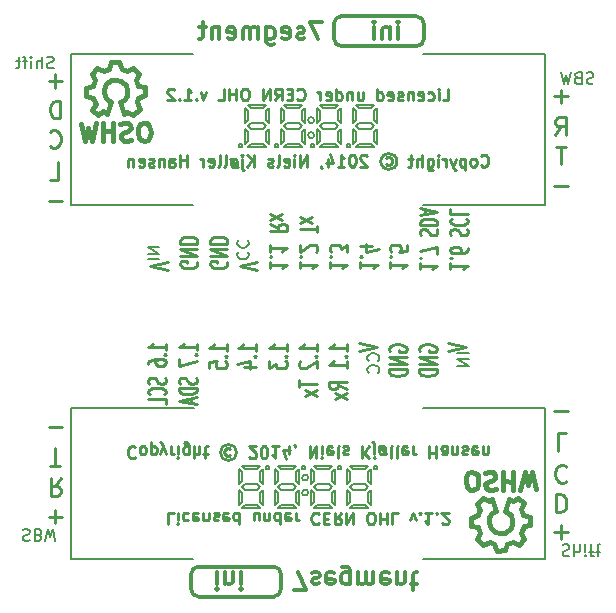
<source format=gbo>
%FSLAX34Y34*%
G04 Gerber Fmt 3.4, Leading zero omitted, Abs format*
G04 (created by PCBNEW (2014-02-28 BZR 4729)-product) date man 03 mar 2014 19:53:33 CET*
%MOIN*%
G01*
G70*
G90*
G04 APERTURE LIST*
%ADD10C,0.005906*%
%ADD11C,0.011811*%
%ADD12C,0.008000*%
%ADD13C,0.009843*%
%ADD14C,0.008858*%
%ADD15C,0.015000*%
%ADD16O,0.064961X0.100000*%
%ADD17O,0.100000X0.065000*%
%ADD18O,0.065000X0.100000*%
G04 APERTURE END LIST*
G54D10*
G54D11*
X6796Y975D02*
X6796Y582D01*
X6796Y385D02*
X6768Y413D01*
X6796Y441D01*
X6825Y413D01*
X6796Y385D01*
X6796Y441D01*
X7078Y582D02*
X7078Y975D01*
X7078Y638D02*
X7106Y610D01*
X7162Y582D01*
X7246Y582D01*
X7303Y610D01*
X7331Y666D01*
X7331Y975D01*
X7612Y975D02*
X7612Y582D01*
X7612Y385D02*
X7584Y413D01*
X7612Y441D01*
X7640Y413D01*
X7612Y385D01*
X7612Y441D01*
G54D12*
X18327Y1891D02*
X18383Y1910D01*
X18477Y1910D01*
X18515Y1891D01*
X18533Y1872D01*
X18552Y1835D01*
X18552Y1797D01*
X18533Y1760D01*
X18515Y1741D01*
X18477Y1722D01*
X18402Y1704D01*
X18365Y1685D01*
X18346Y1666D01*
X18327Y1629D01*
X18327Y1591D01*
X18346Y1554D01*
X18365Y1535D01*
X18402Y1516D01*
X18496Y1516D01*
X18552Y1535D01*
X18721Y1910D02*
X18721Y1516D01*
X18890Y1910D02*
X18890Y1704D01*
X18871Y1666D01*
X18833Y1647D01*
X18777Y1647D01*
X18740Y1666D01*
X18721Y1685D01*
X19077Y1910D02*
X19077Y1647D01*
X19077Y1516D02*
X19058Y1535D01*
X19077Y1554D01*
X19096Y1535D01*
X19077Y1516D01*
X19077Y1554D01*
X19208Y1647D02*
X19358Y1647D01*
X19265Y1910D02*
X19265Y1572D01*
X19283Y1535D01*
X19321Y1516D01*
X19358Y1516D01*
X19433Y1647D02*
X19583Y1647D01*
X19490Y1516D02*
X19490Y1854D01*
X19508Y1891D01*
X19546Y1910D01*
X19583Y1910D01*
X331Y2403D02*
X388Y2422D01*
X481Y2422D01*
X519Y2403D01*
X538Y2384D01*
X556Y2347D01*
X556Y2309D01*
X538Y2272D01*
X519Y2253D01*
X481Y2234D01*
X406Y2215D01*
X369Y2197D01*
X350Y2178D01*
X331Y2140D01*
X331Y2103D01*
X350Y2065D01*
X369Y2047D01*
X406Y2028D01*
X500Y2028D01*
X556Y2047D01*
X856Y2215D02*
X913Y2234D01*
X931Y2253D01*
X950Y2290D01*
X950Y2347D01*
X931Y2384D01*
X913Y2403D01*
X875Y2422D01*
X725Y2422D01*
X725Y2028D01*
X856Y2028D01*
X894Y2047D01*
X913Y2065D01*
X931Y2103D01*
X931Y2140D01*
X913Y2178D01*
X894Y2197D01*
X856Y2215D01*
X725Y2215D01*
X1081Y2028D02*
X1175Y2422D01*
X1250Y2140D01*
X1325Y2422D01*
X1419Y2028D01*
G54D13*
X18450Y5621D02*
X18169Y5621D01*
X18169Y5030D01*
X18450Y4502D02*
X18422Y4530D01*
X18338Y4558D01*
X18281Y4558D01*
X18197Y4530D01*
X18141Y4474D01*
X18113Y4417D01*
X18084Y4305D01*
X18084Y4221D01*
X18113Y4108D01*
X18141Y4052D01*
X18197Y3996D01*
X18281Y3967D01*
X18338Y3967D01*
X18422Y3996D01*
X18450Y4024D01*
X18113Y3574D02*
X18113Y2983D01*
X18253Y2983D01*
X18338Y3011D01*
X18394Y3068D01*
X18422Y3124D01*
X18450Y3236D01*
X18450Y3321D01*
X18422Y3433D01*
X18394Y3489D01*
X18338Y3546D01*
X18253Y3574D01*
X18113Y3574D01*
X18492Y6341D02*
X18042Y6341D01*
X18492Y2325D02*
X18042Y2325D01*
X18267Y2550D02*
X18267Y2100D01*
G54D14*
X5361Y2973D02*
X5174Y2973D01*
X5174Y2579D01*
X5493Y2973D02*
X5493Y2710D01*
X5493Y2579D02*
X5474Y2598D01*
X5493Y2617D01*
X5511Y2598D01*
X5493Y2579D01*
X5493Y2617D01*
X5849Y2954D02*
X5811Y2973D01*
X5736Y2973D01*
X5699Y2954D01*
X5680Y2935D01*
X5661Y2898D01*
X5661Y2785D01*
X5680Y2748D01*
X5699Y2729D01*
X5736Y2710D01*
X5811Y2710D01*
X5849Y2729D01*
X6167Y2954D02*
X6130Y2973D01*
X6055Y2973D01*
X6017Y2954D01*
X5999Y2917D01*
X5999Y2767D01*
X6017Y2729D01*
X6055Y2710D01*
X6130Y2710D01*
X6167Y2729D01*
X6186Y2767D01*
X6186Y2804D01*
X5999Y2842D01*
X6355Y2710D02*
X6355Y2973D01*
X6355Y2748D02*
X6374Y2729D01*
X6411Y2710D01*
X6467Y2710D01*
X6505Y2729D01*
X6524Y2767D01*
X6524Y2973D01*
X6692Y2954D02*
X6730Y2973D01*
X6805Y2973D01*
X6842Y2954D01*
X6861Y2917D01*
X6861Y2898D01*
X6842Y2860D01*
X6805Y2842D01*
X6749Y2842D01*
X6711Y2823D01*
X6692Y2785D01*
X6692Y2767D01*
X6711Y2729D01*
X6749Y2710D01*
X6805Y2710D01*
X6842Y2729D01*
X7180Y2954D02*
X7142Y2973D01*
X7067Y2973D01*
X7030Y2954D01*
X7011Y2917D01*
X7011Y2767D01*
X7030Y2729D01*
X7067Y2710D01*
X7142Y2710D01*
X7180Y2729D01*
X7199Y2767D01*
X7199Y2804D01*
X7011Y2842D01*
X7536Y2973D02*
X7536Y2579D01*
X7536Y2954D02*
X7499Y2973D01*
X7424Y2973D01*
X7386Y2954D01*
X7367Y2935D01*
X7349Y2898D01*
X7349Y2785D01*
X7367Y2748D01*
X7386Y2729D01*
X7424Y2710D01*
X7499Y2710D01*
X7536Y2729D01*
X8192Y2710D02*
X8192Y2973D01*
X8023Y2710D02*
X8023Y2917D01*
X8042Y2954D01*
X8080Y2973D01*
X8136Y2973D01*
X8173Y2954D01*
X8192Y2935D01*
X8380Y2710D02*
X8380Y2973D01*
X8380Y2748D02*
X8398Y2729D01*
X8436Y2710D01*
X8492Y2710D01*
X8530Y2729D01*
X8548Y2767D01*
X8548Y2973D01*
X8905Y2973D02*
X8905Y2579D01*
X8905Y2954D02*
X8867Y2973D01*
X8792Y2973D01*
X8755Y2954D01*
X8736Y2935D01*
X8717Y2898D01*
X8717Y2785D01*
X8736Y2748D01*
X8755Y2729D01*
X8792Y2710D01*
X8867Y2710D01*
X8905Y2729D01*
X9242Y2954D02*
X9205Y2973D01*
X9130Y2973D01*
X9092Y2954D01*
X9073Y2917D01*
X9073Y2767D01*
X9092Y2729D01*
X9130Y2710D01*
X9205Y2710D01*
X9242Y2729D01*
X9261Y2767D01*
X9261Y2804D01*
X9073Y2842D01*
X9430Y2973D02*
X9430Y2710D01*
X9430Y2785D02*
X9448Y2748D01*
X9467Y2729D01*
X9505Y2710D01*
X9542Y2710D01*
X10198Y2935D02*
X10179Y2954D01*
X10123Y2973D01*
X10086Y2973D01*
X10029Y2954D01*
X9992Y2917D01*
X9973Y2879D01*
X9955Y2804D01*
X9955Y2748D01*
X9973Y2673D01*
X9992Y2635D01*
X10029Y2598D01*
X10086Y2579D01*
X10123Y2579D01*
X10179Y2598D01*
X10198Y2617D01*
X10367Y2767D02*
X10498Y2767D01*
X10554Y2973D02*
X10367Y2973D01*
X10367Y2579D01*
X10554Y2579D01*
X10948Y2973D02*
X10817Y2785D01*
X10723Y2973D02*
X10723Y2579D01*
X10873Y2579D01*
X10911Y2598D01*
X10929Y2617D01*
X10948Y2654D01*
X10948Y2710D01*
X10929Y2748D01*
X10911Y2767D01*
X10873Y2785D01*
X10723Y2785D01*
X11117Y2973D02*
X11117Y2579D01*
X11342Y2973D01*
X11342Y2579D01*
X11904Y2579D02*
X11979Y2579D01*
X12017Y2598D01*
X12054Y2635D01*
X12073Y2710D01*
X12073Y2842D01*
X12054Y2917D01*
X12017Y2954D01*
X11979Y2973D01*
X11904Y2973D01*
X11867Y2954D01*
X11829Y2917D01*
X11811Y2842D01*
X11811Y2710D01*
X11829Y2635D01*
X11867Y2598D01*
X11904Y2579D01*
X12242Y2973D02*
X12242Y2579D01*
X12242Y2767D02*
X12467Y2767D01*
X12467Y2973D02*
X12467Y2579D01*
X12842Y2973D02*
X12654Y2973D01*
X12654Y2579D01*
X13235Y2710D02*
X13329Y2973D01*
X13423Y2710D01*
X13573Y2935D02*
X13592Y2954D01*
X13573Y2973D01*
X13554Y2954D01*
X13573Y2935D01*
X13573Y2973D01*
X13967Y2973D02*
X13742Y2973D01*
X13854Y2973D02*
X13854Y2579D01*
X13817Y2635D01*
X13779Y2673D01*
X13742Y2692D01*
X14135Y2935D02*
X14154Y2954D01*
X14135Y2973D01*
X14116Y2954D01*
X14135Y2935D01*
X14135Y2973D01*
X14304Y2617D02*
X14323Y2598D01*
X14360Y2579D01*
X14454Y2579D01*
X14491Y2598D01*
X14510Y2617D01*
X14529Y2654D01*
X14529Y2692D01*
X14510Y2748D01*
X14285Y2973D01*
X14529Y2973D01*
G54D11*
X9378Y385D02*
X9772Y385D01*
X9519Y975D01*
X9969Y947D02*
X10025Y975D01*
X10137Y975D01*
X10194Y947D01*
X10222Y891D01*
X10222Y863D01*
X10194Y807D01*
X10137Y778D01*
X10053Y778D01*
X9997Y750D01*
X9969Y694D01*
X9969Y666D01*
X9997Y610D01*
X10053Y582D01*
X10137Y582D01*
X10194Y610D01*
X10700Y947D02*
X10643Y975D01*
X10531Y975D01*
X10475Y947D01*
X10447Y891D01*
X10447Y666D01*
X10475Y610D01*
X10531Y582D01*
X10643Y582D01*
X10700Y610D01*
X10728Y666D01*
X10728Y722D01*
X10447Y778D01*
X11234Y582D02*
X11234Y1060D01*
X11206Y1116D01*
X11178Y1144D01*
X11122Y1172D01*
X11037Y1172D01*
X10981Y1144D01*
X11234Y947D02*
X11178Y975D01*
X11065Y975D01*
X11009Y947D01*
X10981Y919D01*
X10953Y863D01*
X10953Y694D01*
X10981Y638D01*
X11009Y610D01*
X11065Y582D01*
X11178Y582D01*
X11234Y610D01*
X11515Y975D02*
X11515Y582D01*
X11515Y638D02*
X11543Y610D01*
X11600Y582D01*
X11684Y582D01*
X11740Y610D01*
X11768Y666D01*
X11768Y975D01*
X11768Y666D02*
X11796Y610D01*
X11853Y582D01*
X11937Y582D01*
X11993Y610D01*
X12021Y666D01*
X12021Y975D01*
X12528Y947D02*
X12471Y975D01*
X12359Y975D01*
X12303Y947D01*
X12275Y891D01*
X12275Y666D01*
X12303Y610D01*
X12359Y582D01*
X12471Y582D01*
X12528Y610D01*
X12556Y666D01*
X12556Y722D01*
X12275Y778D01*
X12809Y582D02*
X12809Y975D01*
X12809Y638D02*
X12837Y610D01*
X12893Y582D01*
X12978Y582D01*
X13034Y610D01*
X13062Y666D01*
X13062Y975D01*
X13259Y582D02*
X13484Y582D01*
X13343Y385D02*
X13343Y891D01*
X13371Y947D01*
X13428Y975D01*
X13484Y975D01*
G54D14*
X4077Y5140D02*
X4058Y5159D01*
X4002Y5178D01*
X3965Y5178D01*
X3908Y5159D01*
X3871Y5121D01*
X3852Y5084D01*
X3833Y5009D01*
X3833Y4953D01*
X3852Y4878D01*
X3871Y4840D01*
X3908Y4803D01*
X3965Y4784D01*
X4002Y4784D01*
X4058Y4803D01*
X4077Y4821D01*
X4302Y5178D02*
X4265Y5159D01*
X4246Y5140D01*
X4227Y5103D01*
X4227Y4990D01*
X4246Y4953D01*
X4265Y4934D01*
X4302Y4915D01*
X4358Y4915D01*
X4396Y4934D01*
X4415Y4953D01*
X4433Y4990D01*
X4433Y5103D01*
X4415Y5140D01*
X4396Y5159D01*
X4358Y5178D01*
X4302Y5178D01*
X4602Y4915D02*
X4602Y5309D01*
X4602Y4934D02*
X4640Y4915D01*
X4715Y4915D01*
X4752Y4934D01*
X4771Y4953D01*
X4790Y4990D01*
X4790Y5103D01*
X4771Y5140D01*
X4752Y5159D01*
X4715Y5178D01*
X4640Y5178D01*
X4602Y5159D01*
X4921Y4915D02*
X5014Y5178D01*
X5108Y4915D02*
X5014Y5178D01*
X4977Y5271D01*
X4958Y5290D01*
X4921Y5309D01*
X5258Y5178D02*
X5258Y4915D01*
X5258Y4990D02*
X5277Y4953D01*
X5296Y4934D01*
X5333Y4915D01*
X5371Y4915D01*
X5502Y5178D02*
X5502Y4915D01*
X5502Y4784D02*
X5483Y4803D01*
X5502Y4821D01*
X5521Y4803D01*
X5502Y4784D01*
X5502Y4821D01*
X5858Y4915D02*
X5858Y5234D01*
X5839Y5271D01*
X5821Y5290D01*
X5783Y5309D01*
X5727Y5309D01*
X5689Y5290D01*
X5858Y5159D02*
X5821Y5178D01*
X5746Y5178D01*
X5708Y5159D01*
X5689Y5140D01*
X5671Y5103D01*
X5671Y4990D01*
X5689Y4953D01*
X5708Y4934D01*
X5746Y4915D01*
X5821Y4915D01*
X5858Y4934D01*
X6046Y5178D02*
X6046Y4784D01*
X6214Y5178D02*
X6214Y4971D01*
X6196Y4934D01*
X6158Y4915D01*
X6102Y4915D01*
X6064Y4934D01*
X6046Y4953D01*
X6346Y4915D02*
X6496Y4915D01*
X6402Y4784D02*
X6402Y5121D01*
X6421Y5159D01*
X6458Y5178D01*
X6496Y5178D01*
X7245Y4878D02*
X7208Y4859D01*
X7133Y4859D01*
X7095Y4878D01*
X7058Y4915D01*
X7039Y4953D01*
X7039Y5028D01*
X7058Y5065D01*
X7095Y5103D01*
X7133Y5121D01*
X7208Y5121D01*
X7245Y5103D01*
X7170Y4728D02*
X7077Y4746D01*
X6983Y4803D01*
X6927Y4896D01*
X6908Y4990D01*
X6927Y5084D01*
X6983Y5178D01*
X7077Y5234D01*
X7170Y5253D01*
X7264Y5234D01*
X7358Y5178D01*
X7414Y5084D01*
X7433Y4990D01*
X7414Y4896D01*
X7358Y4803D01*
X7264Y4746D01*
X7170Y4728D01*
X7883Y4821D02*
X7902Y4803D01*
X7939Y4784D01*
X8033Y4784D01*
X8070Y4803D01*
X8089Y4821D01*
X8108Y4859D01*
X8108Y4896D01*
X8089Y4953D01*
X7864Y5178D01*
X8108Y5178D01*
X8352Y4784D02*
X8389Y4784D01*
X8427Y4803D01*
X8445Y4821D01*
X8464Y4859D01*
X8483Y4934D01*
X8483Y5028D01*
X8464Y5103D01*
X8445Y5140D01*
X8427Y5159D01*
X8389Y5178D01*
X8352Y5178D01*
X8314Y5159D01*
X8295Y5140D01*
X8277Y5103D01*
X8258Y5028D01*
X8258Y4934D01*
X8277Y4859D01*
X8295Y4821D01*
X8314Y4803D01*
X8352Y4784D01*
X8858Y5178D02*
X8633Y5178D01*
X8745Y5178D02*
X8745Y4784D01*
X8708Y4840D01*
X8670Y4878D01*
X8633Y4896D01*
X9195Y4915D02*
X9195Y5178D01*
X9101Y4765D02*
X9008Y5046D01*
X9251Y5046D01*
X9420Y5159D02*
X9420Y5178D01*
X9401Y5215D01*
X9383Y5234D01*
X9889Y5178D02*
X9889Y4784D01*
X10114Y5178D01*
X10114Y4784D01*
X10301Y5178D02*
X10301Y4915D01*
X10301Y4784D02*
X10283Y4803D01*
X10301Y4821D01*
X10320Y4803D01*
X10301Y4784D01*
X10301Y4821D01*
X10639Y5159D02*
X10601Y5178D01*
X10526Y5178D01*
X10489Y5159D01*
X10470Y5121D01*
X10470Y4971D01*
X10489Y4934D01*
X10526Y4915D01*
X10601Y4915D01*
X10639Y4934D01*
X10658Y4971D01*
X10658Y5009D01*
X10470Y5046D01*
X10883Y5178D02*
X10845Y5159D01*
X10826Y5121D01*
X10826Y4784D01*
X11014Y5159D02*
X11051Y5178D01*
X11126Y5178D01*
X11164Y5159D01*
X11182Y5121D01*
X11182Y5103D01*
X11164Y5065D01*
X11126Y5046D01*
X11070Y5046D01*
X11032Y5028D01*
X11014Y4990D01*
X11014Y4971D01*
X11032Y4934D01*
X11070Y4915D01*
X11126Y4915D01*
X11164Y4934D01*
X11651Y5178D02*
X11651Y4784D01*
X11876Y5178D02*
X11707Y4953D01*
X11876Y4784D02*
X11651Y5009D01*
X12045Y4915D02*
X12045Y5253D01*
X12026Y5290D01*
X11989Y5309D01*
X11970Y5309D01*
X12045Y4784D02*
X12026Y4803D01*
X12045Y4821D01*
X12064Y4803D01*
X12045Y4784D01*
X12045Y4821D01*
X12439Y4915D02*
X12195Y5178D01*
X12289Y5178D02*
X12251Y5159D01*
X12232Y5140D01*
X12214Y5103D01*
X12214Y4990D01*
X12232Y4953D01*
X12251Y4934D01*
X12289Y4915D01*
X12345Y4915D01*
X12382Y4934D01*
X12401Y4953D01*
X12420Y4990D01*
X12420Y5103D01*
X12401Y5140D01*
X12382Y5159D01*
X12345Y5178D01*
X12289Y5178D01*
X12645Y5178D02*
X12607Y5159D01*
X12589Y5121D01*
X12589Y4784D01*
X12851Y5178D02*
X12814Y5159D01*
X12795Y5121D01*
X12795Y4784D01*
X13151Y5159D02*
X13113Y5178D01*
X13038Y5178D01*
X13001Y5159D01*
X12982Y5121D01*
X12982Y4971D01*
X13001Y4934D01*
X13038Y4915D01*
X13113Y4915D01*
X13151Y4934D01*
X13170Y4971D01*
X13170Y5009D01*
X12982Y5046D01*
X13338Y5178D02*
X13338Y4915D01*
X13338Y4990D02*
X13357Y4953D01*
X13376Y4934D01*
X13413Y4915D01*
X13451Y4915D01*
X13882Y5178D02*
X13882Y4784D01*
X13882Y4971D02*
X14107Y4971D01*
X14107Y5178D02*
X14107Y4784D01*
X14463Y5178D02*
X14463Y4971D01*
X14445Y4934D01*
X14407Y4915D01*
X14332Y4915D01*
X14295Y4934D01*
X14463Y5159D02*
X14426Y5178D01*
X14332Y5178D01*
X14295Y5159D01*
X14276Y5121D01*
X14276Y5084D01*
X14295Y5046D01*
X14332Y5028D01*
X14426Y5028D01*
X14463Y5009D01*
X14651Y4915D02*
X14651Y5178D01*
X14651Y4953D02*
X14670Y4934D01*
X14707Y4915D01*
X14763Y4915D01*
X14801Y4934D01*
X14820Y4971D01*
X14820Y5178D01*
X14988Y5159D02*
X15026Y5178D01*
X15101Y5178D01*
X15138Y5159D01*
X15157Y5121D01*
X15157Y5103D01*
X15138Y5065D01*
X15101Y5046D01*
X15044Y5046D01*
X15007Y5028D01*
X14988Y4990D01*
X14988Y4971D01*
X15007Y4934D01*
X15044Y4915D01*
X15101Y4915D01*
X15138Y4934D01*
X15476Y5159D02*
X15438Y5178D01*
X15363Y5178D01*
X15326Y5159D01*
X15307Y5121D01*
X15307Y4971D01*
X15326Y4934D01*
X15363Y4915D01*
X15438Y4915D01*
X15476Y4934D01*
X15494Y4971D01*
X15494Y5009D01*
X15307Y5046D01*
X15663Y4915D02*
X15663Y5178D01*
X15663Y4953D02*
X15682Y4934D01*
X15719Y4915D01*
X15776Y4915D01*
X15813Y4934D01*
X15832Y4971D01*
X15832Y5178D01*
G54D13*
X1248Y4519D02*
X1586Y4519D01*
X1417Y5109D02*
X1417Y4519D01*
X1600Y4125D02*
X1403Y3844D01*
X1262Y4125D02*
X1262Y3534D01*
X1487Y3534D01*
X1543Y3562D01*
X1571Y3591D01*
X1600Y3647D01*
X1600Y3731D01*
X1571Y3787D01*
X1543Y3816D01*
X1487Y3844D01*
X1262Y3844D01*
X1642Y5829D02*
X1192Y5829D01*
X1642Y2837D02*
X1192Y2837D01*
X1417Y3062D02*
X1417Y2612D01*
G54D12*
X12175Y8031D02*
X12194Y8049D01*
X12213Y8106D01*
X12213Y8143D01*
X12194Y8199D01*
X12156Y8237D01*
X12119Y8256D01*
X12044Y8274D01*
X11988Y8274D01*
X11913Y8256D01*
X11875Y8237D01*
X11838Y8199D01*
X11819Y8143D01*
X11819Y8106D01*
X11838Y8049D01*
X11857Y8031D01*
X12175Y7637D02*
X12194Y7656D01*
X12213Y7712D01*
X12213Y7749D01*
X12194Y7806D01*
X12156Y7843D01*
X12119Y7862D01*
X12044Y7881D01*
X11988Y7881D01*
X11913Y7862D01*
X11875Y7843D01*
X11838Y7806D01*
X11819Y7749D01*
X11819Y7712D01*
X11838Y7656D01*
X11857Y7637D01*
G54D13*
X11531Y8612D02*
X12122Y8481D01*
X11531Y8349D01*
G54D14*
X5102Y8379D02*
X5102Y8582D01*
X5102Y8481D02*
X4511Y8481D01*
X4596Y8514D01*
X4652Y8548D01*
X4680Y8582D01*
X5046Y8228D02*
X5074Y8211D01*
X5102Y8228D01*
X5074Y8244D01*
X5046Y8228D01*
X5102Y8228D01*
X4511Y7907D02*
X4511Y7975D01*
X4539Y8008D01*
X4567Y8025D01*
X4652Y8059D01*
X4764Y8076D01*
X4989Y8076D01*
X5046Y8059D01*
X5074Y8042D01*
X5102Y8008D01*
X5102Y7941D01*
X5074Y7907D01*
X5046Y7890D01*
X4989Y7873D01*
X4849Y7873D01*
X4792Y7890D01*
X4764Y7907D01*
X4736Y7941D01*
X4736Y8008D01*
X4764Y8042D01*
X4792Y8059D01*
X4849Y8076D01*
X5074Y7468D02*
X5102Y7418D01*
X5102Y7333D01*
X5074Y7300D01*
X5046Y7283D01*
X4989Y7266D01*
X4933Y7266D01*
X4877Y7283D01*
X4849Y7300D01*
X4821Y7333D01*
X4792Y7401D01*
X4764Y7435D01*
X4736Y7451D01*
X4680Y7468D01*
X4624Y7468D01*
X4567Y7451D01*
X4539Y7435D01*
X4511Y7401D01*
X4511Y7316D01*
X4539Y7266D01*
X5046Y6912D02*
X5074Y6928D01*
X5102Y6979D01*
X5102Y7013D01*
X5074Y7063D01*
X5017Y7097D01*
X4961Y7114D01*
X4849Y7131D01*
X4764Y7131D01*
X4652Y7114D01*
X4596Y7097D01*
X4539Y7063D01*
X4511Y7013D01*
X4511Y6979D01*
X4539Y6928D01*
X4567Y6912D01*
X5102Y6591D02*
X5102Y6760D01*
X4511Y6760D01*
X6122Y8379D02*
X6122Y8582D01*
X6122Y8481D02*
X5531Y8481D01*
X5616Y8514D01*
X5672Y8548D01*
X5700Y8582D01*
X6066Y8228D02*
X6094Y8211D01*
X6122Y8228D01*
X6094Y8244D01*
X6066Y8228D01*
X6122Y8228D01*
X5531Y8093D02*
X5531Y7856D01*
X6122Y8008D01*
X6094Y7468D02*
X6122Y7418D01*
X6122Y7333D01*
X6094Y7300D01*
X6066Y7283D01*
X6009Y7266D01*
X5953Y7266D01*
X5897Y7283D01*
X5869Y7300D01*
X5841Y7333D01*
X5812Y7401D01*
X5784Y7435D01*
X5756Y7451D01*
X5700Y7468D01*
X5644Y7468D01*
X5587Y7451D01*
X5559Y7435D01*
X5531Y7401D01*
X5531Y7316D01*
X5559Y7266D01*
X6122Y7114D02*
X5531Y7114D01*
X5531Y7030D01*
X5559Y6979D01*
X5616Y6945D01*
X5672Y6928D01*
X5784Y6912D01*
X5869Y6912D01*
X5981Y6928D01*
X6037Y6945D01*
X6094Y6979D01*
X6122Y7030D01*
X6122Y7114D01*
X5953Y6777D02*
X5953Y6608D01*
X6122Y6810D02*
X5531Y6692D01*
X6122Y6574D01*
G54D13*
X7122Y8349D02*
X7122Y8574D01*
X7122Y8462D02*
X6531Y8462D01*
X6616Y8499D01*
X6672Y8537D01*
X6700Y8574D01*
X7066Y8181D02*
X7094Y8162D01*
X7122Y8181D01*
X7094Y8199D01*
X7066Y8181D01*
X7122Y8181D01*
X6531Y7806D02*
X6531Y7993D01*
X6812Y8012D01*
X6784Y7993D01*
X6756Y7956D01*
X6756Y7862D01*
X6784Y7825D01*
X6812Y7806D01*
X6869Y7787D01*
X7009Y7787D01*
X7066Y7806D01*
X7094Y7825D01*
X7122Y7862D01*
X7122Y7956D01*
X7094Y7993D01*
X7066Y8012D01*
X8102Y8349D02*
X8102Y8574D01*
X8102Y8462D02*
X7511Y8462D01*
X7596Y8499D01*
X7652Y8537D01*
X7680Y8574D01*
X8046Y8181D02*
X8074Y8162D01*
X8102Y8181D01*
X8074Y8199D01*
X8046Y8181D01*
X8102Y8181D01*
X7708Y7825D02*
X8102Y7825D01*
X7483Y7918D02*
X7905Y8012D01*
X7905Y7768D01*
X9122Y8349D02*
X9122Y8574D01*
X9122Y8462D02*
X8531Y8462D01*
X8616Y8499D01*
X8672Y8537D01*
X8700Y8574D01*
X9066Y8181D02*
X9094Y8162D01*
X9122Y8181D01*
X9094Y8199D01*
X9066Y8181D01*
X9122Y8181D01*
X8531Y8031D02*
X8531Y7787D01*
X8756Y7918D01*
X8756Y7862D01*
X8784Y7825D01*
X8812Y7806D01*
X8869Y7787D01*
X9009Y7787D01*
X9066Y7806D01*
X9094Y7825D01*
X9122Y7862D01*
X9122Y7975D01*
X9094Y8012D01*
X9066Y8031D01*
X10122Y8349D02*
X10122Y8574D01*
X10122Y8462D02*
X9531Y8462D01*
X9616Y8499D01*
X9672Y8537D01*
X9700Y8574D01*
X10066Y8181D02*
X10094Y8162D01*
X10122Y8181D01*
X10094Y8199D01*
X10066Y8181D01*
X10122Y8181D01*
X9587Y8012D02*
X9559Y7993D01*
X9531Y7956D01*
X9531Y7862D01*
X9559Y7825D01*
X9587Y7806D01*
X9644Y7787D01*
X9700Y7787D01*
X9784Y7806D01*
X10122Y8031D01*
X10122Y7787D01*
X9531Y7375D02*
X9531Y7150D01*
X10122Y7262D02*
X9531Y7262D01*
X10122Y7056D02*
X9728Y6850D01*
X9728Y7056D02*
X10122Y6850D01*
X11122Y8349D02*
X11122Y8574D01*
X11122Y8462D02*
X10531Y8462D01*
X10616Y8499D01*
X10672Y8537D01*
X10700Y8574D01*
X11066Y8181D02*
X11094Y8162D01*
X11122Y8181D01*
X11094Y8199D01*
X11066Y8181D01*
X11122Y8181D01*
X11122Y7787D02*
X11122Y8012D01*
X11122Y7900D02*
X10531Y7900D01*
X10616Y7937D01*
X10672Y7975D01*
X10700Y8012D01*
X11122Y7093D02*
X10841Y7225D01*
X11122Y7318D02*
X10531Y7318D01*
X10531Y7168D01*
X10559Y7131D01*
X10587Y7112D01*
X10644Y7093D01*
X10728Y7093D01*
X10784Y7112D01*
X10812Y7131D01*
X10841Y7168D01*
X10841Y7318D01*
X11122Y6962D02*
X10728Y6756D01*
X10728Y6962D02*
X11122Y6756D01*
X12559Y8349D02*
X12531Y8387D01*
X12531Y8443D01*
X12559Y8499D01*
X12616Y8537D01*
X12672Y8556D01*
X12784Y8574D01*
X12869Y8574D01*
X12981Y8556D01*
X13037Y8537D01*
X13094Y8499D01*
X13122Y8443D01*
X13122Y8406D01*
X13094Y8349D01*
X13066Y8331D01*
X12869Y8331D01*
X12869Y8406D01*
X13122Y8162D02*
X12531Y8162D01*
X13122Y7937D01*
X12531Y7937D01*
X13122Y7750D02*
X12531Y7750D01*
X12531Y7656D01*
X12559Y7600D01*
X12616Y7562D01*
X12672Y7543D01*
X12784Y7525D01*
X12869Y7525D01*
X12981Y7543D01*
X13037Y7562D01*
X13094Y7600D01*
X13122Y7656D01*
X13122Y7750D01*
G54D12*
X15193Y8276D02*
X14799Y8276D01*
X15193Y8088D02*
X14799Y8088D01*
X15193Y7863D01*
X14799Y7863D01*
G54D13*
X13559Y8349D02*
X13531Y8387D01*
X13531Y8443D01*
X13559Y8499D01*
X13616Y8537D01*
X13672Y8556D01*
X13784Y8574D01*
X13869Y8574D01*
X13981Y8556D01*
X14037Y8537D01*
X14094Y8499D01*
X14122Y8443D01*
X14122Y8406D01*
X14094Y8349D01*
X14066Y8331D01*
X13869Y8331D01*
X13869Y8406D01*
X14122Y8162D02*
X13531Y8162D01*
X14122Y7937D01*
X13531Y7937D01*
X14122Y7750D02*
X13531Y7750D01*
X13531Y7656D01*
X13559Y7600D01*
X13616Y7562D01*
X13672Y7543D01*
X13784Y7525D01*
X13869Y7525D01*
X13981Y7543D01*
X14037Y7562D01*
X14094Y7600D01*
X14122Y7656D01*
X14122Y7750D01*
X14511Y8632D02*
X15102Y8501D01*
X14511Y8369D01*
G54D12*
X1357Y17793D02*
X1301Y17774D01*
X1207Y17774D01*
X1169Y17793D01*
X1151Y17812D01*
X1132Y17849D01*
X1132Y17887D01*
X1151Y17924D01*
X1169Y17943D01*
X1207Y17962D01*
X1282Y17980D01*
X1319Y17999D01*
X1338Y18018D01*
X1357Y18055D01*
X1357Y18093D01*
X1338Y18130D01*
X1319Y18149D01*
X1282Y18168D01*
X1188Y18168D01*
X1132Y18149D01*
X963Y17774D02*
X963Y18168D01*
X794Y17774D02*
X794Y17980D01*
X813Y18018D01*
X851Y18037D01*
X907Y18037D01*
X944Y18018D01*
X963Y17999D01*
X607Y17774D02*
X607Y18037D01*
X607Y18168D02*
X626Y18149D01*
X607Y18130D01*
X588Y18149D01*
X607Y18168D01*
X607Y18130D01*
X476Y18037D02*
X326Y18037D01*
X419Y17774D02*
X419Y18112D01*
X401Y18149D01*
X363Y18168D01*
X326Y18168D01*
X251Y18037D02*
X101Y18037D01*
X194Y18168D02*
X194Y17830D01*
X176Y17793D01*
X138Y17774D01*
X101Y17774D01*
X19353Y17281D02*
X19296Y17262D01*
X19203Y17262D01*
X19165Y17281D01*
X19146Y17300D01*
X19128Y17337D01*
X19128Y17375D01*
X19146Y17412D01*
X19165Y17431D01*
X19203Y17450D01*
X19278Y17469D01*
X19315Y17487D01*
X19334Y17506D01*
X19353Y17544D01*
X19353Y17581D01*
X19334Y17619D01*
X19315Y17637D01*
X19278Y17656D01*
X19184Y17656D01*
X19128Y17637D01*
X18828Y17469D02*
X18772Y17450D01*
X18753Y17431D01*
X18734Y17394D01*
X18734Y17337D01*
X18753Y17300D01*
X18772Y17281D01*
X18809Y17262D01*
X18959Y17262D01*
X18959Y17656D01*
X18828Y17656D01*
X18790Y17637D01*
X18772Y17619D01*
X18753Y17581D01*
X18753Y17544D01*
X18772Y17506D01*
X18790Y17487D01*
X18828Y17469D01*
X18959Y17469D01*
X18603Y17656D02*
X18509Y17262D01*
X18434Y17544D01*
X18359Y17262D01*
X18265Y17656D01*
G54D13*
X1234Y14063D02*
X1515Y14063D01*
X1515Y14654D01*
X1234Y15182D02*
X1262Y15154D01*
X1347Y15126D01*
X1403Y15126D01*
X1487Y15154D01*
X1543Y15210D01*
X1571Y15267D01*
X1600Y15379D01*
X1600Y15464D01*
X1571Y15576D01*
X1543Y15632D01*
X1487Y15688D01*
X1403Y15717D01*
X1347Y15717D01*
X1262Y15688D01*
X1234Y15660D01*
X1571Y16110D02*
X1571Y16701D01*
X1431Y16701D01*
X1347Y16673D01*
X1290Y16616D01*
X1262Y16560D01*
X1234Y16448D01*
X1234Y16363D01*
X1262Y16251D01*
X1290Y16195D01*
X1347Y16138D01*
X1431Y16110D01*
X1571Y16110D01*
X1192Y13343D02*
X1642Y13343D01*
X1192Y17359D02*
X1642Y17359D01*
X1417Y17134D02*
X1417Y17584D01*
G54D14*
X14323Y16711D02*
X14510Y16711D01*
X14510Y17105D01*
X14191Y16711D02*
X14191Y16974D01*
X14191Y17105D02*
X14210Y17086D01*
X14191Y17067D01*
X14173Y17086D01*
X14191Y17105D01*
X14191Y17067D01*
X13835Y16730D02*
X13873Y16711D01*
X13948Y16711D01*
X13985Y16730D01*
X14004Y16749D01*
X14023Y16786D01*
X14023Y16899D01*
X14004Y16936D01*
X13985Y16955D01*
X13948Y16974D01*
X13873Y16974D01*
X13835Y16955D01*
X13517Y16730D02*
X13554Y16711D01*
X13629Y16711D01*
X13667Y16730D01*
X13685Y16767D01*
X13685Y16917D01*
X13667Y16955D01*
X13629Y16974D01*
X13554Y16974D01*
X13517Y16955D01*
X13498Y16917D01*
X13498Y16880D01*
X13685Y16842D01*
X13329Y16974D02*
X13329Y16711D01*
X13329Y16936D02*
X13310Y16955D01*
X13273Y16974D01*
X13217Y16974D01*
X13179Y16955D01*
X13160Y16917D01*
X13160Y16711D01*
X12992Y16730D02*
X12954Y16711D01*
X12879Y16711D01*
X12842Y16730D01*
X12823Y16767D01*
X12823Y16786D01*
X12842Y16824D01*
X12879Y16842D01*
X12935Y16842D01*
X12973Y16861D01*
X12992Y16899D01*
X12992Y16917D01*
X12973Y16955D01*
X12935Y16974D01*
X12879Y16974D01*
X12842Y16955D01*
X12504Y16730D02*
X12542Y16711D01*
X12617Y16711D01*
X12654Y16730D01*
X12673Y16767D01*
X12673Y16917D01*
X12654Y16955D01*
X12617Y16974D01*
X12542Y16974D01*
X12504Y16955D01*
X12485Y16917D01*
X12485Y16880D01*
X12673Y16842D01*
X12148Y16711D02*
X12148Y17105D01*
X12148Y16730D02*
X12185Y16711D01*
X12260Y16711D01*
X12298Y16730D01*
X12317Y16749D01*
X12335Y16786D01*
X12335Y16899D01*
X12317Y16936D01*
X12298Y16955D01*
X12260Y16974D01*
X12185Y16974D01*
X12148Y16955D01*
X11492Y16974D02*
X11492Y16711D01*
X11661Y16974D02*
X11661Y16767D01*
X11642Y16730D01*
X11604Y16711D01*
X11548Y16711D01*
X11511Y16730D01*
X11492Y16749D01*
X11304Y16974D02*
X11304Y16711D01*
X11304Y16936D02*
X11286Y16955D01*
X11248Y16974D01*
X11192Y16974D01*
X11154Y16955D01*
X11136Y16917D01*
X11136Y16711D01*
X10779Y16711D02*
X10779Y17105D01*
X10779Y16730D02*
X10817Y16711D01*
X10892Y16711D01*
X10929Y16730D01*
X10948Y16749D01*
X10967Y16786D01*
X10967Y16899D01*
X10948Y16936D01*
X10929Y16955D01*
X10892Y16974D01*
X10817Y16974D01*
X10779Y16955D01*
X10442Y16730D02*
X10479Y16711D01*
X10554Y16711D01*
X10592Y16730D01*
X10611Y16767D01*
X10611Y16917D01*
X10592Y16955D01*
X10554Y16974D01*
X10479Y16974D01*
X10442Y16955D01*
X10423Y16917D01*
X10423Y16880D01*
X10611Y16842D01*
X10254Y16711D02*
X10254Y16974D01*
X10254Y16899D02*
X10236Y16936D01*
X10217Y16955D01*
X10179Y16974D01*
X10142Y16974D01*
X9486Y16749D02*
X9505Y16730D01*
X9561Y16711D01*
X9598Y16711D01*
X9655Y16730D01*
X9692Y16767D01*
X9711Y16805D01*
X9730Y16880D01*
X9730Y16936D01*
X9711Y17011D01*
X9692Y17049D01*
X9655Y17086D01*
X9598Y17105D01*
X9561Y17105D01*
X9505Y17086D01*
X9486Y17067D01*
X9317Y16917D02*
X9186Y16917D01*
X9130Y16711D02*
X9317Y16711D01*
X9317Y17105D01*
X9130Y17105D01*
X8736Y16711D02*
X8867Y16899D01*
X8961Y16711D02*
X8961Y17105D01*
X8811Y17105D01*
X8773Y17086D01*
X8755Y17067D01*
X8736Y17030D01*
X8736Y16974D01*
X8755Y16936D01*
X8773Y16917D01*
X8811Y16899D01*
X8961Y16899D01*
X8567Y16711D02*
X8567Y17105D01*
X8342Y16711D01*
X8342Y17105D01*
X7780Y17105D02*
X7705Y17105D01*
X7667Y17086D01*
X7630Y17049D01*
X7611Y16974D01*
X7611Y16842D01*
X7630Y16767D01*
X7667Y16730D01*
X7705Y16711D01*
X7780Y16711D01*
X7817Y16730D01*
X7855Y16767D01*
X7874Y16842D01*
X7874Y16974D01*
X7855Y17049D01*
X7817Y17086D01*
X7780Y17105D01*
X7442Y16711D02*
X7442Y17105D01*
X7442Y16917D02*
X7217Y16917D01*
X7217Y16711D02*
X7217Y17105D01*
X6842Y16711D02*
X7030Y16711D01*
X7030Y17105D01*
X6449Y16974D02*
X6355Y16711D01*
X6261Y16974D01*
X6111Y16749D02*
X6092Y16730D01*
X6111Y16711D01*
X6130Y16730D01*
X6111Y16749D01*
X6111Y16711D01*
X5718Y16711D02*
X5943Y16711D01*
X5830Y16711D02*
X5830Y17105D01*
X5868Y17049D01*
X5905Y17011D01*
X5943Y16992D01*
X5549Y16749D02*
X5530Y16730D01*
X5549Y16711D01*
X5568Y16730D01*
X5549Y16749D01*
X5549Y16711D01*
X5380Y17067D02*
X5361Y17086D01*
X5324Y17105D01*
X5230Y17105D01*
X5193Y17086D01*
X5174Y17067D01*
X5155Y17030D01*
X5155Y16992D01*
X5174Y16936D01*
X5399Y16711D01*
X5155Y16711D01*
G54D11*
X10306Y19339D02*
X9912Y19339D01*
X10165Y18748D01*
X9715Y18776D02*
X9659Y18748D01*
X9547Y18748D01*
X9491Y18776D01*
X9462Y18832D01*
X9462Y18861D01*
X9491Y18917D01*
X9547Y18945D01*
X9631Y18945D01*
X9687Y18973D01*
X9715Y19029D01*
X9715Y19057D01*
X9687Y19114D01*
X9631Y19142D01*
X9547Y19142D01*
X9491Y19114D01*
X8984Y18776D02*
X9041Y18748D01*
X9153Y18748D01*
X9209Y18776D01*
X9237Y18832D01*
X9237Y19057D01*
X9209Y19114D01*
X9153Y19142D01*
X9041Y19142D01*
X8984Y19114D01*
X8956Y19057D01*
X8956Y19001D01*
X9237Y18945D01*
X8450Y19142D02*
X8450Y18664D01*
X8478Y18607D01*
X8506Y18579D01*
X8562Y18551D01*
X8647Y18551D01*
X8703Y18579D01*
X8450Y18776D02*
X8506Y18748D01*
X8619Y18748D01*
X8675Y18776D01*
X8703Y18804D01*
X8731Y18861D01*
X8731Y19029D01*
X8703Y19086D01*
X8675Y19114D01*
X8619Y19142D01*
X8506Y19142D01*
X8450Y19114D01*
X8169Y18748D02*
X8169Y19142D01*
X8169Y19086D02*
X8141Y19114D01*
X8084Y19142D01*
X8000Y19142D01*
X7944Y19114D01*
X7916Y19057D01*
X7916Y18748D01*
X7916Y19057D02*
X7888Y19114D01*
X7831Y19142D01*
X7747Y19142D01*
X7691Y19114D01*
X7663Y19057D01*
X7663Y18748D01*
X7156Y18776D02*
X7213Y18748D01*
X7325Y18748D01*
X7381Y18776D01*
X7410Y18832D01*
X7410Y19057D01*
X7381Y19114D01*
X7325Y19142D01*
X7213Y19142D01*
X7156Y19114D01*
X7128Y19057D01*
X7128Y19001D01*
X7410Y18945D01*
X6875Y19142D02*
X6875Y18748D01*
X6875Y19086D02*
X6847Y19114D01*
X6791Y19142D01*
X6706Y19142D01*
X6650Y19114D01*
X6622Y19057D01*
X6622Y18748D01*
X6425Y19142D02*
X6200Y19142D01*
X6341Y19339D02*
X6341Y18832D01*
X6313Y18776D01*
X6257Y18748D01*
X6200Y18748D01*
G54D14*
X15607Y14544D02*
X15626Y14525D01*
X15682Y14506D01*
X15719Y14506D01*
X15776Y14525D01*
X15813Y14563D01*
X15832Y14600D01*
X15851Y14675D01*
X15851Y14731D01*
X15832Y14806D01*
X15813Y14844D01*
X15776Y14881D01*
X15719Y14900D01*
X15682Y14900D01*
X15626Y14881D01*
X15607Y14863D01*
X15382Y14506D02*
X15419Y14525D01*
X15438Y14544D01*
X15457Y14581D01*
X15457Y14694D01*
X15438Y14731D01*
X15419Y14750D01*
X15382Y14769D01*
X15326Y14769D01*
X15288Y14750D01*
X15269Y14731D01*
X15251Y14694D01*
X15251Y14581D01*
X15269Y14544D01*
X15288Y14525D01*
X15326Y14506D01*
X15382Y14506D01*
X15082Y14769D02*
X15082Y14375D01*
X15082Y14750D02*
X15044Y14769D01*
X14970Y14769D01*
X14932Y14750D01*
X14913Y14731D01*
X14895Y14694D01*
X14895Y14581D01*
X14913Y14544D01*
X14932Y14525D01*
X14970Y14506D01*
X15044Y14506D01*
X15082Y14525D01*
X14763Y14769D02*
X14670Y14506D01*
X14576Y14769D02*
X14670Y14506D01*
X14707Y14413D01*
X14726Y14394D01*
X14763Y14375D01*
X14426Y14506D02*
X14426Y14769D01*
X14426Y14694D02*
X14407Y14731D01*
X14388Y14750D01*
X14351Y14769D01*
X14313Y14769D01*
X14182Y14506D02*
X14182Y14769D01*
X14182Y14900D02*
X14201Y14881D01*
X14182Y14863D01*
X14163Y14881D01*
X14182Y14900D01*
X14182Y14863D01*
X13826Y14769D02*
X13826Y14450D01*
X13845Y14413D01*
X13863Y14394D01*
X13901Y14375D01*
X13957Y14375D01*
X13995Y14394D01*
X13826Y14525D02*
X13863Y14506D01*
X13938Y14506D01*
X13976Y14525D01*
X13995Y14544D01*
X14013Y14581D01*
X14013Y14694D01*
X13995Y14731D01*
X13976Y14750D01*
X13938Y14769D01*
X13863Y14769D01*
X13826Y14750D01*
X13638Y14506D02*
X13638Y14900D01*
X13470Y14506D02*
X13470Y14713D01*
X13488Y14750D01*
X13526Y14769D01*
X13582Y14769D01*
X13620Y14750D01*
X13638Y14731D01*
X13338Y14769D02*
X13188Y14769D01*
X13282Y14900D02*
X13282Y14563D01*
X13263Y14525D01*
X13226Y14506D01*
X13188Y14506D01*
X12439Y14806D02*
X12476Y14825D01*
X12551Y14825D01*
X12589Y14806D01*
X12626Y14769D01*
X12645Y14731D01*
X12645Y14656D01*
X12626Y14619D01*
X12589Y14581D01*
X12551Y14563D01*
X12476Y14563D01*
X12439Y14581D01*
X12514Y14956D02*
X12607Y14938D01*
X12701Y14881D01*
X12757Y14788D01*
X12776Y14694D01*
X12757Y14600D01*
X12701Y14506D01*
X12607Y14450D01*
X12514Y14431D01*
X12420Y14450D01*
X12326Y14506D01*
X12270Y14600D01*
X12251Y14694D01*
X12270Y14788D01*
X12326Y14881D01*
X12420Y14938D01*
X12514Y14956D01*
X11801Y14863D02*
X11782Y14881D01*
X11745Y14900D01*
X11651Y14900D01*
X11614Y14881D01*
X11595Y14863D01*
X11576Y14825D01*
X11576Y14788D01*
X11595Y14731D01*
X11820Y14506D01*
X11576Y14506D01*
X11332Y14900D02*
X11295Y14900D01*
X11257Y14881D01*
X11239Y14863D01*
X11220Y14825D01*
X11201Y14750D01*
X11201Y14656D01*
X11220Y14581D01*
X11239Y14544D01*
X11257Y14525D01*
X11295Y14506D01*
X11332Y14506D01*
X11370Y14525D01*
X11389Y14544D01*
X11407Y14581D01*
X11426Y14656D01*
X11426Y14750D01*
X11407Y14825D01*
X11389Y14863D01*
X11370Y14881D01*
X11332Y14900D01*
X10826Y14506D02*
X11051Y14506D01*
X10939Y14506D02*
X10939Y14900D01*
X10976Y14844D01*
X11014Y14806D01*
X11051Y14788D01*
X10489Y14769D02*
X10489Y14506D01*
X10583Y14919D02*
X10676Y14638D01*
X10433Y14638D01*
X10264Y14525D02*
X10264Y14506D01*
X10283Y14469D01*
X10301Y14450D01*
X9795Y14506D02*
X9795Y14900D01*
X9570Y14506D01*
X9570Y14900D01*
X9383Y14506D02*
X9383Y14769D01*
X9383Y14900D02*
X9401Y14881D01*
X9383Y14863D01*
X9364Y14881D01*
X9383Y14900D01*
X9383Y14863D01*
X9045Y14525D02*
X9083Y14506D01*
X9158Y14506D01*
X9195Y14525D01*
X9214Y14563D01*
X9214Y14713D01*
X9195Y14750D01*
X9158Y14769D01*
X9083Y14769D01*
X9045Y14750D01*
X9026Y14713D01*
X9026Y14675D01*
X9214Y14638D01*
X8802Y14506D02*
X8839Y14525D01*
X8858Y14563D01*
X8858Y14900D01*
X8670Y14525D02*
X8633Y14506D01*
X8558Y14506D01*
X8520Y14525D01*
X8502Y14563D01*
X8502Y14581D01*
X8520Y14619D01*
X8558Y14638D01*
X8614Y14638D01*
X8652Y14656D01*
X8670Y14694D01*
X8670Y14713D01*
X8652Y14750D01*
X8614Y14769D01*
X8558Y14769D01*
X8520Y14750D01*
X8033Y14506D02*
X8033Y14900D01*
X7808Y14506D02*
X7977Y14731D01*
X7808Y14900D02*
X8033Y14675D01*
X7639Y14769D02*
X7639Y14431D01*
X7658Y14394D01*
X7695Y14375D01*
X7714Y14375D01*
X7639Y14900D02*
X7658Y14881D01*
X7639Y14863D01*
X7620Y14881D01*
X7639Y14900D01*
X7639Y14863D01*
X7245Y14769D02*
X7489Y14506D01*
X7395Y14506D02*
X7433Y14525D01*
X7452Y14544D01*
X7470Y14581D01*
X7470Y14694D01*
X7452Y14731D01*
X7433Y14750D01*
X7395Y14769D01*
X7339Y14769D01*
X7302Y14750D01*
X7283Y14731D01*
X7264Y14694D01*
X7264Y14581D01*
X7283Y14544D01*
X7302Y14525D01*
X7339Y14506D01*
X7395Y14506D01*
X7039Y14506D02*
X7077Y14525D01*
X7095Y14563D01*
X7095Y14900D01*
X6833Y14506D02*
X6871Y14525D01*
X6889Y14563D01*
X6889Y14900D01*
X6533Y14525D02*
X6571Y14506D01*
X6646Y14506D01*
X6683Y14525D01*
X6702Y14563D01*
X6702Y14713D01*
X6683Y14750D01*
X6646Y14769D01*
X6571Y14769D01*
X6533Y14750D01*
X6514Y14713D01*
X6514Y14675D01*
X6702Y14638D01*
X6346Y14506D02*
X6346Y14769D01*
X6346Y14694D02*
X6327Y14731D01*
X6308Y14750D01*
X6271Y14769D01*
X6233Y14769D01*
X5802Y14506D02*
X5802Y14900D01*
X5802Y14713D02*
X5577Y14713D01*
X5577Y14506D02*
X5577Y14900D01*
X5221Y14506D02*
X5221Y14713D01*
X5239Y14750D01*
X5277Y14769D01*
X5352Y14769D01*
X5389Y14750D01*
X5221Y14525D02*
X5258Y14506D01*
X5352Y14506D01*
X5389Y14525D01*
X5408Y14563D01*
X5408Y14600D01*
X5389Y14638D01*
X5352Y14656D01*
X5258Y14656D01*
X5221Y14675D01*
X5033Y14769D02*
X5033Y14506D01*
X5033Y14731D02*
X5014Y14750D01*
X4977Y14769D01*
X4921Y14769D01*
X4883Y14750D01*
X4865Y14713D01*
X4865Y14506D01*
X4696Y14525D02*
X4658Y14506D01*
X4583Y14506D01*
X4546Y14525D01*
X4527Y14563D01*
X4527Y14581D01*
X4546Y14619D01*
X4583Y14638D01*
X4640Y14638D01*
X4677Y14656D01*
X4696Y14694D01*
X4696Y14713D01*
X4677Y14750D01*
X4640Y14769D01*
X4583Y14769D01*
X4546Y14750D01*
X4208Y14525D02*
X4246Y14506D01*
X4321Y14506D01*
X4358Y14525D01*
X4377Y14563D01*
X4377Y14713D01*
X4358Y14750D01*
X4321Y14769D01*
X4246Y14769D01*
X4208Y14750D01*
X4190Y14713D01*
X4190Y14675D01*
X4377Y14638D01*
X4021Y14769D02*
X4021Y14506D01*
X4021Y14731D02*
X4002Y14750D01*
X3965Y14769D01*
X3908Y14769D01*
X3871Y14750D01*
X3852Y14713D01*
X3852Y14506D01*
G54D13*
X18436Y15165D02*
X18098Y15165D01*
X18267Y14575D02*
X18267Y15165D01*
X18084Y15559D02*
X18281Y15840D01*
X18422Y15559D02*
X18422Y16150D01*
X18197Y16150D01*
X18141Y16122D01*
X18113Y16093D01*
X18084Y16037D01*
X18084Y15953D01*
X18113Y15897D01*
X18141Y15868D01*
X18197Y15840D01*
X18422Y15840D01*
X18042Y13855D02*
X18492Y13855D01*
X18042Y16847D02*
X18492Y16847D01*
X18267Y16622D02*
X18267Y17072D01*
G54D12*
X7509Y11653D02*
X7490Y11635D01*
X7471Y11578D01*
X7471Y11541D01*
X7490Y11485D01*
X7528Y11447D01*
X7565Y11428D01*
X7640Y11410D01*
X7696Y11410D01*
X7771Y11428D01*
X7809Y11447D01*
X7846Y11485D01*
X7865Y11541D01*
X7865Y11578D01*
X7846Y11635D01*
X7828Y11653D01*
X7509Y12047D02*
X7490Y12028D01*
X7471Y11972D01*
X7471Y11935D01*
X7490Y11878D01*
X7528Y11841D01*
X7565Y11822D01*
X7640Y11803D01*
X7696Y11803D01*
X7771Y11822D01*
X7809Y11841D01*
X7846Y11878D01*
X7865Y11935D01*
X7865Y11972D01*
X7846Y12028D01*
X7828Y12047D01*
G54D13*
X8153Y11072D02*
X7562Y11203D01*
X8153Y11335D01*
G54D14*
X14582Y11305D02*
X14582Y11102D01*
X14582Y11203D02*
X15173Y11203D01*
X15088Y11170D01*
X15032Y11136D01*
X15004Y11102D01*
X14639Y11456D02*
X14610Y11473D01*
X14582Y11456D01*
X14610Y11440D01*
X14639Y11456D01*
X14582Y11456D01*
X15173Y11777D02*
X15173Y11710D01*
X15145Y11676D01*
X15117Y11659D01*
X15032Y11625D01*
X14920Y11608D01*
X14695Y11608D01*
X14639Y11625D01*
X14610Y11642D01*
X14582Y11676D01*
X14582Y11743D01*
X14610Y11777D01*
X14639Y11794D01*
X14695Y11811D01*
X14835Y11811D01*
X14892Y11794D01*
X14920Y11777D01*
X14948Y11743D01*
X14948Y11676D01*
X14920Y11642D01*
X14892Y11625D01*
X14835Y11608D01*
X14610Y12216D02*
X14582Y12266D01*
X14582Y12351D01*
X14610Y12384D01*
X14639Y12401D01*
X14695Y12418D01*
X14751Y12418D01*
X14807Y12401D01*
X14835Y12384D01*
X14863Y12351D01*
X14892Y12283D01*
X14920Y12249D01*
X14948Y12233D01*
X15004Y12216D01*
X15060Y12216D01*
X15117Y12233D01*
X15145Y12249D01*
X15173Y12283D01*
X15173Y12368D01*
X15145Y12418D01*
X14639Y12773D02*
X14610Y12756D01*
X14582Y12705D01*
X14582Y12671D01*
X14610Y12621D01*
X14667Y12587D01*
X14723Y12570D01*
X14835Y12553D01*
X14920Y12553D01*
X15032Y12570D01*
X15088Y12587D01*
X15145Y12621D01*
X15173Y12671D01*
X15173Y12705D01*
X15145Y12756D01*
X15117Y12773D01*
X14582Y13093D02*
X14582Y12924D01*
X15173Y12924D01*
X13562Y11305D02*
X13562Y11102D01*
X13562Y11203D02*
X14153Y11203D01*
X14068Y11170D01*
X14012Y11136D01*
X13984Y11102D01*
X13619Y11456D02*
X13590Y11473D01*
X13562Y11456D01*
X13590Y11440D01*
X13619Y11456D01*
X13562Y11456D01*
X14153Y11591D02*
X14153Y11828D01*
X13562Y11676D01*
X13590Y12216D02*
X13562Y12266D01*
X13562Y12351D01*
X13590Y12384D01*
X13619Y12401D01*
X13675Y12418D01*
X13731Y12418D01*
X13787Y12401D01*
X13815Y12384D01*
X13843Y12351D01*
X13872Y12283D01*
X13900Y12249D01*
X13928Y12233D01*
X13984Y12216D01*
X14040Y12216D01*
X14097Y12233D01*
X14125Y12249D01*
X14153Y12283D01*
X14153Y12368D01*
X14125Y12418D01*
X13562Y12570D02*
X14153Y12570D01*
X14153Y12654D01*
X14125Y12705D01*
X14068Y12739D01*
X14012Y12756D01*
X13900Y12773D01*
X13815Y12773D01*
X13703Y12756D01*
X13647Y12739D01*
X13590Y12705D01*
X13562Y12654D01*
X13562Y12570D01*
X13731Y12908D02*
X13731Y13076D01*
X13562Y12874D02*
X14153Y12992D01*
X13562Y13110D01*
G54D13*
X12562Y11335D02*
X12562Y11110D01*
X12562Y11222D02*
X13153Y11222D01*
X13068Y11185D01*
X13012Y11147D01*
X12984Y11110D01*
X12619Y11503D02*
X12590Y11522D01*
X12562Y11503D01*
X12590Y11485D01*
X12619Y11503D01*
X12562Y11503D01*
X13153Y11878D02*
X13153Y11691D01*
X12872Y11672D01*
X12900Y11691D01*
X12928Y11728D01*
X12928Y11822D01*
X12900Y11860D01*
X12872Y11878D01*
X12815Y11897D01*
X12675Y11897D01*
X12619Y11878D01*
X12590Y11860D01*
X12562Y11822D01*
X12562Y11728D01*
X12590Y11691D01*
X12619Y11672D01*
X11582Y11335D02*
X11582Y11110D01*
X11582Y11222D02*
X12173Y11222D01*
X12088Y11185D01*
X12032Y11147D01*
X12004Y11110D01*
X11639Y11503D02*
X11610Y11522D01*
X11582Y11503D01*
X11610Y11485D01*
X11639Y11503D01*
X11582Y11503D01*
X11976Y11860D02*
X11582Y11860D01*
X12201Y11766D02*
X11779Y11672D01*
X11779Y11916D01*
X10562Y11335D02*
X10562Y11110D01*
X10562Y11222D02*
X11153Y11222D01*
X11068Y11185D01*
X11012Y11147D01*
X10984Y11110D01*
X10619Y11503D02*
X10590Y11522D01*
X10562Y11503D01*
X10590Y11485D01*
X10619Y11503D01*
X10562Y11503D01*
X11153Y11653D02*
X11153Y11897D01*
X10928Y11766D01*
X10928Y11822D01*
X10900Y11860D01*
X10872Y11878D01*
X10815Y11897D01*
X10675Y11897D01*
X10619Y11878D01*
X10590Y11860D01*
X10562Y11822D01*
X10562Y11710D01*
X10590Y11672D01*
X10619Y11653D01*
X9562Y11335D02*
X9562Y11110D01*
X9562Y11222D02*
X10153Y11222D01*
X10068Y11185D01*
X10012Y11147D01*
X9984Y11110D01*
X9619Y11503D02*
X9590Y11522D01*
X9562Y11503D01*
X9590Y11485D01*
X9619Y11503D01*
X9562Y11503D01*
X10097Y11672D02*
X10125Y11691D01*
X10153Y11728D01*
X10153Y11822D01*
X10125Y11860D01*
X10097Y11878D01*
X10040Y11897D01*
X9984Y11897D01*
X9900Y11878D01*
X9562Y11653D01*
X9562Y11897D01*
X10153Y12309D02*
X10153Y12534D01*
X9562Y12422D02*
X10153Y12422D01*
X9562Y12628D02*
X9956Y12834D01*
X9956Y12628D02*
X9562Y12834D01*
X8562Y11335D02*
X8562Y11110D01*
X8562Y11222D02*
X9153Y11222D01*
X9068Y11185D01*
X9012Y11147D01*
X8984Y11110D01*
X8619Y11503D02*
X8590Y11522D01*
X8562Y11503D01*
X8590Y11485D01*
X8619Y11503D01*
X8562Y11503D01*
X8562Y11897D02*
X8562Y11672D01*
X8562Y11785D02*
X9153Y11785D01*
X9068Y11747D01*
X9012Y11710D01*
X8984Y11672D01*
X8562Y12591D02*
X8843Y12459D01*
X8562Y12366D02*
X9153Y12366D01*
X9153Y12516D01*
X9125Y12553D01*
X9097Y12572D01*
X9040Y12591D01*
X8956Y12591D01*
X8900Y12572D01*
X8872Y12553D01*
X8843Y12516D01*
X8843Y12366D01*
X8562Y12722D02*
X8956Y12928D01*
X8956Y12722D02*
X8562Y12928D01*
X7125Y11335D02*
X7153Y11297D01*
X7153Y11241D01*
X7125Y11185D01*
X7068Y11147D01*
X7012Y11128D01*
X6900Y11110D01*
X6815Y11110D01*
X6703Y11128D01*
X6647Y11147D01*
X6590Y11185D01*
X6562Y11241D01*
X6562Y11278D01*
X6590Y11335D01*
X6619Y11353D01*
X6815Y11353D01*
X6815Y11278D01*
X6562Y11522D02*
X7153Y11522D01*
X6562Y11747D01*
X7153Y11747D01*
X6562Y11935D02*
X7153Y11935D01*
X7153Y12028D01*
X7125Y12084D01*
X7068Y12122D01*
X7012Y12141D01*
X6900Y12159D01*
X6815Y12159D01*
X6703Y12141D01*
X6647Y12122D01*
X6590Y12084D01*
X6562Y12028D01*
X6562Y11935D01*
G54D12*
X4491Y11408D02*
X4885Y11408D01*
X4491Y11596D02*
X4885Y11596D01*
X4491Y11821D01*
X4885Y11821D01*
G54D13*
X6125Y11335D02*
X6153Y11297D01*
X6153Y11241D01*
X6125Y11185D01*
X6068Y11147D01*
X6012Y11128D01*
X5900Y11110D01*
X5815Y11110D01*
X5703Y11128D01*
X5647Y11147D01*
X5590Y11185D01*
X5562Y11241D01*
X5562Y11278D01*
X5590Y11335D01*
X5619Y11353D01*
X5815Y11353D01*
X5815Y11278D01*
X5562Y11522D02*
X6153Y11522D01*
X5562Y11747D01*
X6153Y11747D01*
X5562Y11935D02*
X6153Y11935D01*
X6153Y12028D01*
X6125Y12084D01*
X6068Y12122D01*
X6012Y12141D01*
X5900Y12159D01*
X5815Y12159D01*
X5703Y12141D01*
X5647Y12122D01*
X5590Y12084D01*
X5562Y12028D01*
X5562Y11935D01*
X5173Y11052D02*
X4582Y11183D01*
X5173Y11315D01*
G54D10*
X9842Y4137D02*
G75*
G03X9842Y4137I-100J0D01*
G74*
G01*
X9842Y3637D02*
G75*
G03X9842Y3637I-100J0D01*
G74*
G01*
X12042Y4437D02*
X12042Y4537D01*
X12042Y4537D02*
X12142Y4537D01*
X12142Y4537D02*
X12142Y4437D01*
X12142Y4437D02*
X12042Y4437D01*
X11842Y4337D02*
X11942Y4437D01*
X11942Y4437D02*
X11942Y4037D01*
X11942Y4037D02*
X11942Y3937D01*
X11942Y3937D02*
X11842Y4037D01*
X11842Y4037D02*
X11842Y4337D01*
X11242Y4537D02*
X11342Y4437D01*
X11342Y4437D02*
X11742Y4437D01*
X11742Y4437D02*
X11842Y4537D01*
X11842Y4537D02*
X11242Y4537D01*
X11242Y4037D02*
X11142Y3937D01*
X11142Y3937D02*
X11142Y4437D01*
X11142Y4437D02*
X11242Y4337D01*
X11242Y4337D02*
X11242Y4037D01*
X11342Y3737D02*
X11242Y3837D01*
X11242Y3837D02*
X11342Y3937D01*
X11342Y3937D02*
X11742Y3937D01*
X11742Y3937D02*
X11842Y3837D01*
X11842Y3837D02*
X11742Y3737D01*
X11742Y3737D02*
X11342Y3737D01*
X11842Y3337D02*
X11942Y3237D01*
X11942Y3237D02*
X11942Y3737D01*
X11942Y3737D02*
X11842Y3637D01*
X11842Y3637D02*
X11842Y3337D01*
X11242Y3337D02*
X11142Y3237D01*
X11142Y3237D02*
X11142Y3737D01*
X11142Y3737D02*
X11242Y3637D01*
X11242Y3637D02*
X11242Y3337D01*
X11242Y3137D02*
X11842Y3137D01*
X11842Y3137D02*
X11742Y3237D01*
X11742Y3237D02*
X11342Y3237D01*
X11342Y3237D02*
X11242Y3137D01*
X9642Y4437D02*
X9642Y4537D01*
X9642Y4537D02*
X9742Y4537D01*
X9742Y4537D02*
X9742Y4437D01*
X9742Y4437D02*
X9642Y4437D01*
X9442Y4337D02*
X9542Y4437D01*
X9542Y4437D02*
X9542Y4037D01*
X9542Y4037D02*
X9542Y3937D01*
X9542Y3937D02*
X9442Y4037D01*
X9442Y4037D02*
X9442Y4337D01*
X8842Y4537D02*
X8942Y4437D01*
X8942Y4437D02*
X9342Y4437D01*
X9342Y4437D02*
X9442Y4537D01*
X9442Y4537D02*
X8842Y4537D01*
X8842Y4037D02*
X8742Y3937D01*
X8742Y3937D02*
X8742Y4437D01*
X8742Y4437D02*
X8842Y4337D01*
X8842Y4337D02*
X8842Y4037D01*
X8942Y3737D02*
X8842Y3837D01*
X8842Y3837D02*
X8942Y3937D01*
X8942Y3937D02*
X9342Y3937D01*
X9342Y3937D02*
X9442Y3837D01*
X9442Y3837D02*
X9342Y3737D01*
X9342Y3737D02*
X8942Y3737D01*
X9442Y3337D02*
X9542Y3237D01*
X9542Y3237D02*
X9542Y3737D01*
X9542Y3737D02*
X9442Y3637D01*
X9442Y3637D02*
X9442Y3337D01*
X8842Y3337D02*
X8742Y3237D01*
X8742Y3237D02*
X8742Y3737D01*
X8742Y3737D02*
X8842Y3637D01*
X8842Y3637D02*
X8842Y3337D01*
X8842Y3137D02*
X9442Y3137D01*
X9442Y3137D02*
X9342Y3237D01*
X9342Y3237D02*
X8942Y3237D01*
X8942Y3237D02*
X8842Y3137D01*
X10142Y3237D02*
X10042Y3137D01*
X10542Y3237D02*
X10142Y3237D01*
X10642Y3137D02*
X10542Y3237D01*
X10042Y3137D02*
X10642Y3137D01*
X10042Y3637D02*
X10042Y3337D01*
X9942Y3737D02*
X10042Y3637D01*
X9942Y3237D02*
X9942Y3737D01*
X10042Y3337D02*
X9942Y3237D01*
X10642Y3637D02*
X10642Y3337D01*
X10742Y3737D02*
X10642Y3637D01*
X10742Y3237D02*
X10742Y3737D01*
X10642Y3337D02*
X10742Y3237D01*
X10542Y3737D02*
X10142Y3737D01*
X10642Y3837D02*
X10542Y3737D01*
X10542Y3937D02*
X10642Y3837D01*
X10142Y3937D02*
X10542Y3937D01*
X10042Y3837D02*
X10142Y3937D01*
X10142Y3737D02*
X10042Y3837D01*
X10042Y4337D02*
X10042Y4037D01*
X9942Y4437D02*
X10042Y4337D01*
X9942Y3937D02*
X9942Y4437D01*
X10042Y4037D02*
X9942Y3937D01*
X10642Y4537D02*
X10042Y4537D01*
X10542Y4437D02*
X10642Y4537D01*
X10142Y4437D02*
X10542Y4437D01*
X10042Y4537D02*
X10142Y4437D01*
X10642Y4037D02*
X10642Y4337D01*
X10742Y3937D02*
X10642Y4037D01*
X10742Y4037D02*
X10742Y3937D01*
X10742Y4437D02*
X10742Y4037D01*
X10642Y4337D02*
X10742Y4437D01*
X10942Y4437D02*
X10842Y4437D01*
X10942Y4537D02*
X10942Y4437D01*
X10842Y4537D02*
X10942Y4537D01*
X10842Y4437D02*
X10842Y4537D01*
X8442Y4437D02*
X8442Y4537D01*
X8442Y4537D02*
X8542Y4537D01*
X8542Y4537D02*
X8542Y4437D01*
X8542Y4437D02*
X8442Y4437D01*
X8242Y4337D02*
X8342Y4437D01*
X8342Y4437D02*
X8342Y4037D01*
X8342Y4037D02*
X8342Y3937D01*
X8342Y3937D02*
X8242Y4037D01*
X8242Y4037D02*
X8242Y4337D01*
X7642Y4537D02*
X7742Y4437D01*
X7742Y4437D02*
X8142Y4437D01*
X8142Y4437D02*
X8242Y4537D01*
X8242Y4537D02*
X7642Y4537D01*
X7642Y4037D02*
X7542Y3937D01*
X7542Y3937D02*
X7542Y4437D01*
X7542Y4437D02*
X7642Y4337D01*
X7642Y4337D02*
X7642Y4037D01*
X7742Y3737D02*
X7642Y3837D01*
X7642Y3837D02*
X7742Y3937D01*
X7742Y3937D02*
X8142Y3937D01*
X8142Y3937D02*
X8242Y3837D01*
X8242Y3837D02*
X8142Y3737D01*
X8142Y3737D02*
X7742Y3737D01*
X8242Y3337D02*
X8342Y3237D01*
X8342Y3237D02*
X8342Y3737D01*
X8342Y3737D02*
X8242Y3637D01*
X8242Y3637D02*
X8242Y3337D01*
X7642Y3337D02*
X7542Y3237D01*
X7542Y3237D02*
X7542Y3737D01*
X7542Y3737D02*
X7642Y3637D01*
X7642Y3637D02*
X7642Y3337D01*
X7642Y3137D02*
X8242Y3137D01*
X8242Y3137D02*
X8142Y3237D01*
X8142Y3237D02*
X7742Y3237D01*
X7742Y3237D02*
X7642Y3137D01*
X6003Y1417D02*
X1933Y1417D01*
X13681Y6456D02*
X17751Y6456D01*
X17751Y6456D02*
X17751Y1417D01*
X17751Y1417D02*
X13681Y1417D01*
X1933Y1417D02*
X1933Y6456D01*
X1933Y6456D02*
X6023Y6456D01*
G54D15*
X16916Y3736D02*
X17058Y4315D01*
X17058Y4315D02*
X17168Y3897D01*
X17168Y3897D02*
X17290Y4319D01*
X17290Y4319D02*
X17424Y3748D01*
X16357Y4008D02*
X16668Y4004D01*
X16668Y4004D02*
X16672Y4008D01*
X16672Y4008D02*
X16672Y4004D01*
X16688Y3724D02*
X16688Y4331D01*
X16338Y3720D02*
X16338Y4338D01*
X16338Y4338D02*
X16342Y4334D01*
X16121Y3760D02*
X15983Y3728D01*
X15983Y3728D02*
X15857Y3724D01*
X15857Y3724D02*
X15763Y3803D01*
X15763Y3803D02*
X15751Y3909D01*
X15751Y3909D02*
X15846Y4004D01*
X15846Y4004D02*
X15999Y4055D01*
X15999Y4055D02*
X16070Y4118D01*
X16070Y4118D02*
X16086Y4236D01*
X16086Y4236D02*
X15995Y4323D01*
X15995Y4323D02*
X15869Y4334D01*
X15869Y4334D02*
X15731Y4291D01*
X15322Y3720D02*
X15224Y3728D01*
X15224Y3728D02*
X15129Y3823D01*
X15129Y3823D02*
X15094Y4016D01*
X15094Y4016D02*
X15105Y4153D01*
X15105Y4153D02*
X15184Y4279D01*
X15184Y4279D02*
X15283Y4327D01*
X15283Y4327D02*
X15405Y4299D01*
X15405Y4299D02*
X15491Y4228D01*
X15491Y4228D02*
X15519Y4047D01*
X15519Y4047D02*
X15499Y3886D01*
X15499Y3886D02*
X15456Y3775D01*
X15456Y3775D02*
X15314Y3724D01*
X15558Y3043D02*
X15456Y3264D01*
X15456Y3264D02*
X15668Y3468D01*
X15668Y3468D02*
X15873Y3362D01*
X15873Y3362D02*
X15983Y3425D01*
X16550Y3417D02*
X16680Y3342D01*
X16680Y3342D02*
X16853Y3472D01*
X16853Y3472D02*
X17039Y3279D01*
X17039Y3279D02*
X16928Y3090D01*
X16928Y3090D02*
X17003Y2905D01*
X17003Y2905D02*
X17243Y2831D01*
X17243Y2831D02*
X17243Y2563D01*
X17243Y2563D02*
X17023Y2508D01*
X17023Y2508D02*
X16944Y2283D01*
X16944Y2283D02*
X17050Y2098D01*
X17050Y2098D02*
X16865Y1897D01*
X16865Y1897D02*
X16661Y2000D01*
X16661Y2000D02*
X16476Y1921D01*
X16476Y1921D02*
X16409Y1708D01*
X16409Y1708D02*
X16137Y1701D01*
X16137Y1701D02*
X16054Y1917D01*
X16054Y1917D02*
X15889Y1984D01*
X15889Y1984D02*
X15672Y1878D01*
X15672Y1878D02*
X15468Y2086D01*
X15468Y2086D02*
X15566Y2299D01*
X15566Y2299D02*
X15499Y2488D01*
X15499Y2488D02*
X15283Y2527D01*
X15283Y2527D02*
X15279Y2803D01*
X15279Y2803D02*
X15499Y2882D01*
X15499Y2882D02*
X15554Y3039D01*
X16397Y3031D02*
X16515Y2972D01*
X16515Y2972D02*
X16594Y2894D01*
X16594Y2894D02*
X16653Y2736D01*
X16653Y2736D02*
X16653Y2579D01*
X16653Y2579D02*
X16594Y2441D01*
X16594Y2441D02*
X16416Y2303D01*
X16416Y2303D02*
X16239Y2283D01*
X16239Y2283D02*
X16082Y2323D01*
X16082Y2323D02*
X15924Y2460D01*
X15924Y2460D02*
X15865Y2638D01*
X15865Y2638D02*
X15885Y2834D01*
X15885Y2834D02*
X15983Y2953D01*
X15983Y2953D02*
X16121Y3031D01*
X16121Y3031D02*
X15983Y3425D01*
X16397Y3031D02*
X16554Y3425D01*
G54D10*
X10042Y15548D02*
G75*
G03X10042Y15548I-100J0D01*
G74*
G01*
X10042Y16048D02*
G75*
G03X10042Y16048I-100J0D01*
G74*
G01*
X7642Y15248D02*
X7642Y15148D01*
X7642Y15148D02*
X7542Y15148D01*
X7542Y15148D02*
X7542Y15248D01*
X7542Y15248D02*
X7642Y15248D01*
X7842Y15348D02*
X7742Y15248D01*
X7742Y15248D02*
X7742Y15648D01*
X7742Y15648D02*
X7742Y15748D01*
X7742Y15748D02*
X7842Y15648D01*
X7842Y15648D02*
X7842Y15348D01*
X8442Y15148D02*
X8342Y15248D01*
X8342Y15248D02*
X7942Y15248D01*
X7942Y15248D02*
X7842Y15148D01*
X7842Y15148D02*
X8442Y15148D01*
X8442Y15648D02*
X8542Y15748D01*
X8542Y15748D02*
X8542Y15248D01*
X8542Y15248D02*
X8442Y15348D01*
X8442Y15348D02*
X8442Y15648D01*
X8342Y15948D02*
X8442Y15848D01*
X8442Y15848D02*
X8342Y15748D01*
X8342Y15748D02*
X7942Y15748D01*
X7942Y15748D02*
X7842Y15848D01*
X7842Y15848D02*
X7942Y15948D01*
X7942Y15948D02*
X8342Y15948D01*
X7842Y16348D02*
X7742Y16448D01*
X7742Y16448D02*
X7742Y15948D01*
X7742Y15948D02*
X7842Y16048D01*
X7842Y16048D02*
X7842Y16348D01*
X8442Y16348D02*
X8542Y16448D01*
X8542Y16448D02*
X8542Y15948D01*
X8542Y15948D02*
X8442Y16048D01*
X8442Y16048D02*
X8442Y16348D01*
X8442Y16548D02*
X7842Y16548D01*
X7842Y16548D02*
X7942Y16448D01*
X7942Y16448D02*
X8342Y16448D01*
X8342Y16448D02*
X8442Y16548D01*
X10042Y15248D02*
X10042Y15148D01*
X10042Y15148D02*
X9942Y15148D01*
X9942Y15148D02*
X9942Y15248D01*
X9942Y15248D02*
X10042Y15248D01*
X10242Y15348D02*
X10142Y15248D01*
X10142Y15248D02*
X10142Y15648D01*
X10142Y15648D02*
X10142Y15748D01*
X10142Y15748D02*
X10242Y15648D01*
X10242Y15648D02*
X10242Y15348D01*
X10842Y15148D02*
X10742Y15248D01*
X10742Y15248D02*
X10342Y15248D01*
X10342Y15248D02*
X10242Y15148D01*
X10242Y15148D02*
X10842Y15148D01*
X10842Y15648D02*
X10942Y15748D01*
X10942Y15748D02*
X10942Y15248D01*
X10942Y15248D02*
X10842Y15348D01*
X10842Y15348D02*
X10842Y15648D01*
X10742Y15948D02*
X10842Y15848D01*
X10842Y15848D02*
X10742Y15748D01*
X10742Y15748D02*
X10342Y15748D01*
X10342Y15748D02*
X10242Y15848D01*
X10242Y15848D02*
X10342Y15948D01*
X10342Y15948D02*
X10742Y15948D01*
X10242Y16348D02*
X10142Y16448D01*
X10142Y16448D02*
X10142Y15948D01*
X10142Y15948D02*
X10242Y16048D01*
X10242Y16048D02*
X10242Y16348D01*
X10842Y16348D02*
X10942Y16448D01*
X10942Y16448D02*
X10942Y15948D01*
X10942Y15948D02*
X10842Y16048D01*
X10842Y16048D02*
X10842Y16348D01*
X10842Y16548D02*
X10242Y16548D01*
X10242Y16548D02*
X10342Y16448D01*
X10342Y16448D02*
X10742Y16448D01*
X10742Y16448D02*
X10842Y16548D01*
X9542Y16448D02*
X9642Y16548D01*
X9142Y16448D02*
X9542Y16448D01*
X9042Y16548D02*
X9142Y16448D01*
X9642Y16548D02*
X9042Y16548D01*
X9642Y16048D02*
X9642Y16348D01*
X9742Y15948D02*
X9642Y16048D01*
X9742Y16448D02*
X9742Y15948D01*
X9642Y16348D02*
X9742Y16448D01*
X9042Y16048D02*
X9042Y16348D01*
X8942Y15948D02*
X9042Y16048D01*
X8942Y16448D02*
X8942Y15948D01*
X9042Y16348D02*
X8942Y16448D01*
X9142Y15948D02*
X9542Y15948D01*
X9042Y15848D02*
X9142Y15948D01*
X9142Y15748D02*
X9042Y15848D01*
X9542Y15748D02*
X9142Y15748D01*
X9642Y15848D02*
X9542Y15748D01*
X9542Y15948D02*
X9642Y15848D01*
X9642Y15348D02*
X9642Y15648D01*
X9742Y15248D02*
X9642Y15348D01*
X9742Y15748D02*
X9742Y15248D01*
X9642Y15648D02*
X9742Y15748D01*
X9042Y15148D02*
X9642Y15148D01*
X9142Y15248D02*
X9042Y15148D01*
X9542Y15248D02*
X9142Y15248D01*
X9642Y15148D02*
X9542Y15248D01*
X9042Y15648D02*
X9042Y15348D01*
X8942Y15748D02*
X9042Y15648D01*
X8942Y15648D02*
X8942Y15748D01*
X8942Y15248D02*
X8942Y15648D01*
X9042Y15348D02*
X8942Y15248D01*
X8742Y15248D02*
X8842Y15248D01*
X8742Y15148D02*
X8742Y15248D01*
X8842Y15148D02*
X8742Y15148D01*
X8842Y15248D02*
X8842Y15148D01*
X11242Y15248D02*
X11242Y15148D01*
X11242Y15148D02*
X11142Y15148D01*
X11142Y15148D02*
X11142Y15248D01*
X11142Y15248D02*
X11242Y15248D01*
X11442Y15348D02*
X11342Y15248D01*
X11342Y15248D02*
X11342Y15648D01*
X11342Y15648D02*
X11342Y15748D01*
X11342Y15748D02*
X11442Y15648D01*
X11442Y15648D02*
X11442Y15348D01*
X12042Y15148D02*
X11942Y15248D01*
X11942Y15248D02*
X11542Y15248D01*
X11542Y15248D02*
X11442Y15148D01*
X11442Y15148D02*
X12042Y15148D01*
X12042Y15648D02*
X12142Y15748D01*
X12142Y15748D02*
X12142Y15248D01*
X12142Y15248D02*
X12042Y15348D01*
X12042Y15348D02*
X12042Y15648D01*
X11942Y15948D02*
X12042Y15848D01*
X12042Y15848D02*
X11942Y15748D01*
X11942Y15748D02*
X11542Y15748D01*
X11542Y15748D02*
X11442Y15848D01*
X11442Y15848D02*
X11542Y15948D01*
X11542Y15948D02*
X11942Y15948D01*
X11442Y16348D02*
X11342Y16448D01*
X11342Y16448D02*
X11342Y15948D01*
X11342Y15948D02*
X11442Y16048D01*
X11442Y16048D02*
X11442Y16348D01*
X12042Y16348D02*
X12142Y16448D01*
X12142Y16448D02*
X12142Y15948D01*
X12142Y15948D02*
X12042Y16048D01*
X12042Y16048D02*
X12042Y16348D01*
X12042Y16548D02*
X11442Y16548D01*
X11442Y16548D02*
X11542Y16448D01*
X11542Y16448D02*
X11942Y16448D01*
X11942Y16448D02*
X12042Y16548D01*
X13681Y18267D02*
X17751Y18267D01*
X6003Y13228D02*
X1933Y13228D01*
X1933Y13228D02*
X1933Y18267D01*
X1933Y18267D02*
X6003Y18267D01*
X17751Y18267D02*
X17751Y13228D01*
X17751Y13228D02*
X13661Y13228D01*
G54D15*
X2768Y15948D02*
X2626Y15369D01*
X2626Y15369D02*
X2516Y15787D01*
X2516Y15787D02*
X2394Y15365D01*
X2394Y15365D02*
X2260Y15936D01*
X3327Y15676D02*
X3016Y15680D01*
X3016Y15680D02*
X3012Y15676D01*
X3012Y15676D02*
X3012Y15680D01*
X2996Y15960D02*
X2996Y15353D01*
X3346Y15964D02*
X3346Y15346D01*
X3346Y15346D02*
X3342Y15350D01*
X3563Y15924D02*
X3701Y15956D01*
X3701Y15956D02*
X3827Y15960D01*
X3827Y15960D02*
X3921Y15881D01*
X3921Y15881D02*
X3933Y15775D01*
X3933Y15775D02*
X3838Y15680D01*
X3838Y15680D02*
X3685Y15629D01*
X3685Y15629D02*
X3614Y15566D01*
X3614Y15566D02*
X3598Y15448D01*
X3598Y15448D02*
X3689Y15361D01*
X3689Y15361D02*
X3815Y15350D01*
X3815Y15350D02*
X3953Y15393D01*
X4362Y15964D02*
X4460Y15956D01*
X4460Y15956D02*
X4555Y15861D01*
X4555Y15861D02*
X4590Y15668D01*
X4590Y15668D02*
X4579Y15531D01*
X4579Y15531D02*
X4500Y15405D01*
X4500Y15405D02*
X4401Y15357D01*
X4401Y15357D02*
X4279Y15385D01*
X4279Y15385D02*
X4193Y15456D01*
X4193Y15456D02*
X4165Y15637D01*
X4165Y15637D02*
X4185Y15798D01*
X4185Y15798D02*
X4228Y15909D01*
X4228Y15909D02*
X4370Y15960D01*
X4126Y16641D02*
X4228Y16420D01*
X4228Y16420D02*
X4016Y16216D01*
X4016Y16216D02*
X3811Y16322D01*
X3811Y16322D02*
X3701Y16259D01*
X3134Y16267D02*
X3004Y16342D01*
X3004Y16342D02*
X2831Y16212D01*
X2831Y16212D02*
X2645Y16405D01*
X2645Y16405D02*
X2756Y16594D01*
X2756Y16594D02*
X2681Y16779D01*
X2681Y16779D02*
X2441Y16853D01*
X2441Y16853D02*
X2441Y17121D01*
X2441Y17121D02*
X2661Y17176D01*
X2661Y17176D02*
X2740Y17401D01*
X2740Y17401D02*
X2634Y17586D01*
X2634Y17586D02*
X2819Y17787D01*
X2819Y17787D02*
X3023Y17684D01*
X3023Y17684D02*
X3208Y17763D01*
X3208Y17763D02*
X3275Y17976D01*
X3275Y17976D02*
X3547Y17983D01*
X3547Y17983D02*
X3630Y17767D01*
X3630Y17767D02*
X3795Y17700D01*
X3795Y17700D02*
X4012Y17806D01*
X4012Y17806D02*
X4216Y17598D01*
X4216Y17598D02*
X4118Y17385D01*
X4118Y17385D02*
X4185Y17196D01*
X4185Y17196D02*
X4401Y17157D01*
X4401Y17157D02*
X4405Y16881D01*
X4405Y16881D02*
X4185Y16802D01*
X4185Y16802D02*
X4130Y16645D01*
X3287Y16653D02*
X3169Y16712D01*
X3169Y16712D02*
X3090Y16790D01*
X3090Y16790D02*
X3031Y16948D01*
X3031Y16948D02*
X3031Y17105D01*
X3031Y17105D02*
X3090Y17243D01*
X3090Y17243D02*
X3268Y17381D01*
X3268Y17381D02*
X3445Y17401D01*
X3445Y17401D02*
X3602Y17361D01*
X3602Y17361D02*
X3760Y17224D01*
X3760Y17224D02*
X3819Y17046D01*
X3819Y17046D02*
X3799Y16850D01*
X3799Y16850D02*
X3701Y16731D01*
X3701Y16731D02*
X3563Y16653D01*
X3563Y16653D02*
X3701Y16259D01*
X3287Y16653D02*
X3130Y16259D01*
G54D11*
X13704Y18765D02*
X13704Y19265D01*
X10954Y18515D02*
X13454Y18515D01*
X10704Y19265D02*
X10704Y18765D01*
X13454Y19515D02*
X10954Y19515D01*
X13704Y18765D02*
G75*
G02X13454Y18515I-250J0D01*
G74*
G01*
X13454Y19515D02*
G75*
G02X13704Y19265I0J-250D01*
G74*
G01*
X10954Y18515D02*
G75*
G02X10704Y18765I0J250D01*
G74*
G01*
X10704Y19265D02*
G75*
G02X10954Y19515I250J0D01*
G74*
G01*
X5940Y919D02*
X5940Y419D01*
X8690Y1169D02*
X6190Y1169D01*
X8940Y419D02*
X8940Y919D01*
X6190Y169D02*
X8690Y169D01*
X5940Y919D02*
G75*
G02X6190Y1169I250J0D01*
G74*
G01*
X6190Y169D02*
G75*
G02X5940Y419I0J250D01*
G74*
G01*
X8690Y1169D02*
G75*
G02X8940Y919I0J-250D01*
G74*
G01*
X8940Y419D02*
G75*
G02X8690Y169I-250J0D01*
G74*
G01*
X12848Y18748D02*
X12848Y19142D01*
X12848Y19339D02*
X12876Y19311D01*
X12848Y19282D01*
X12820Y19311D01*
X12848Y19339D01*
X12848Y19282D01*
X12567Y19142D02*
X12567Y18748D01*
X12567Y19086D02*
X12539Y19114D01*
X12483Y19142D01*
X12398Y19142D01*
X12342Y19114D01*
X12314Y19057D01*
X12314Y18748D01*
X12033Y18748D02*
X12033Y19142D01*
X12033Y19339D02*
X12061Y19311D01*
X12033Y19282D01*
X12005Y19311D01*
X12033Y19339D01*
X12033Y19282D01*
%LPC*%
X6217Y975D02*
X6217Y385D01*
X6414Y807D01*
X6611Y385D01*
X6611Y975D01*
X7764Y947D02*
X7848Y975D01*
X7989Y975D01*
X8045Y947D01*
X8073Y919D01*
X8101Y863D01*
X8101Y807D01*
X8073Y750D01*
X8045Y722D01*
X7989Y694D01*
X7876Y666D01*
X7820Y638D01*
X7792Y610D01*
X7764Y553D01*
X7764Y497D01*
X7792Y441D01*
X7820Y413D01*
X7876Y385D01*
X8017Y385D01*
X8101Y413D01*
X8354Y975D02*
X8354Y385D01*
X8579Y385D01*
X8636Y413D01*
X8664Y441D01*
X8692Y497D01*
X8692Y582D01*
X8664Y638D01*
X8636Y666D01*
X8579Y694D01*
X8354Y694D01*
X13428Y18748D02*
X13428Y19339D01*
X13231Y18917D01*
X13034Y19339D01*
X13034Y18748D01*
X11881Y18776D02*
X11796Y18748D01*
X11656Y18748D01*
X11600Y18776D01*
X11571Y18804D01*
X11543Y18861D01*
X11543Y18917D01*
X11571Y18973D01*
X11600Y19001D01*
X11656Y19029D01*
X11768Y19057D01*
X11825Y19086D01*
X11853Y19114D01*
X11881Y19170D01*
X11881Y19226D01*
X11853Y19282D01*
X11825Y19311D01*
X11768Y19339D01*
X11628Y19339D01*
X11543Y19311D01*
X11290Y18748D02*
X11290Y19339D01*
X11065Y19339D01*
X11009Y19311D01*
X10981Y19282D01*
X10953Y19226D01*
X10953Y19142D01*
X10981Y19086D01*
X11009Y19057D01*
X11065Y19029D01*
X11290Y19029D01*
G54D16*
X6342Y5937D03*
X7342Y5937D03*
X8342Y5937D03*
X9342Y5937D03*
X10342Y5937D03*
X11342Y5937D03*
X12342Y5937D03*
X13342Y5937D03*
X13342Y1937D03*
X12342Y1937D03*
X11342Y1937D03*
X10342Y1937D03*
X9342Y1937D03*
X8342Y1937D03*
X7342Y1937D03*
X6342Y1937D03*
G54D17*
X590Y2830D03*
X590Y3830D03*
X590Y4830D03*
X590Y5830D03*
G54D18*
X14842Y9251D03*
X13842Y9251D03*
X12842Y9251D03*
X11842Y9251D03*
X10842Y9251D03*
X9842Y9251D03*
X8842Y9251D03*
X7842Y9251D03*
X6842Y9251D03*
X5842Y9251D03*
X4842Y9251D03*
G54D17*
X19094Y2330D03*
X19094Y3330D03*
X19094Y4330D03*
X19094Y5330D03*
X19094Y6330D03*
G54D16*
X13342Y13748D03*
X12342Y13748D03*
X11342Y13748D03*
X10342Y13748D03*
X9342Y13748D03*
X8342Y13748D03*
X7342Y13748D03*
X6342Y13748D03*
X6342Y17748D03*
X7342Y17748D03*
X8342Y17748D03*
X9342Y17748D03*
X10342Y17748D03*
X11342Y17748D03*
X12342Y17748D03*
X13342Y17748D03*
G54D17*
X19094Y16854D03*
X19094Y15854D03*
X19094Y14854D03*
X19094Y13854D03*
G54D18*
X4842Y10433D03*
X5842Y10433D03*
X6842Y10433D03*
X7842Y10433D03*
X8842Y10433D03*
X9842Y10433D03*
X10842Y10433D03*
X11842Y10433D03*
X12842Y10433D03*
X13842Y10433D03*
X14842Y10433D03*
G54D17*
X590Y17354D03*
X590Y16354D03*
X590Y15354D03*
X590Y14354D03*
X590Y13354D03*
M02*

</source>
